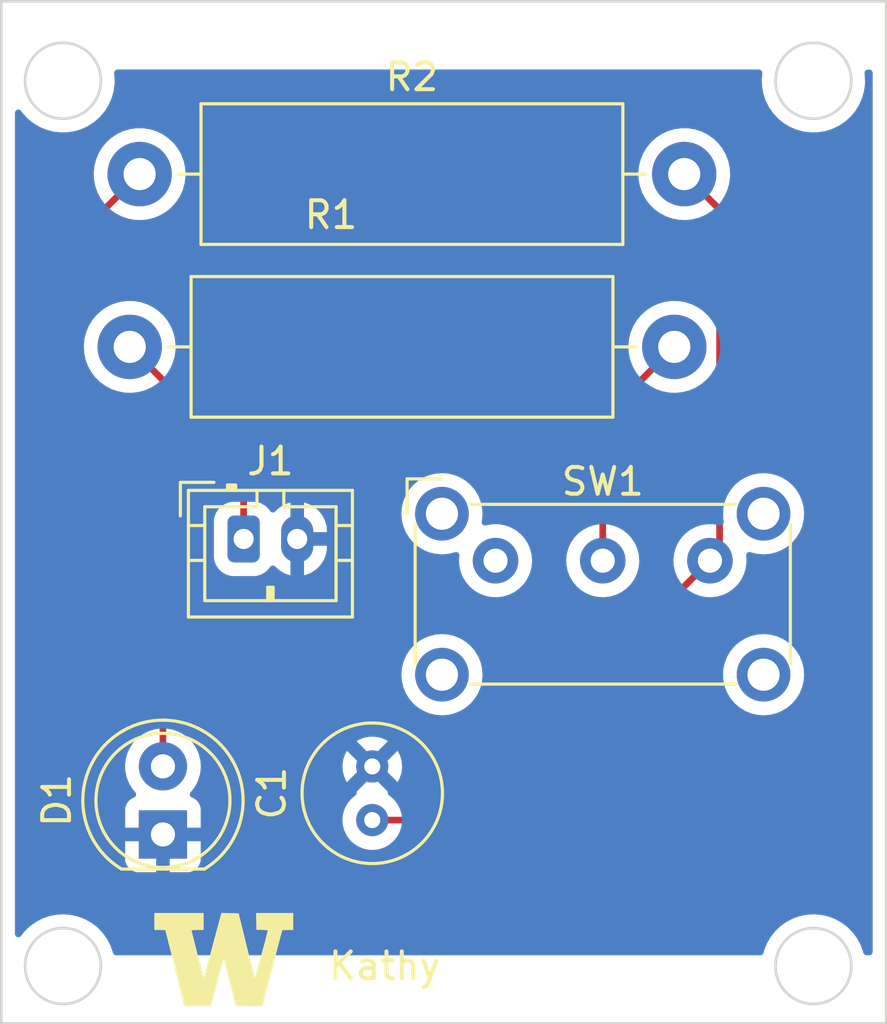
<source format=kicad_pcb>
(kicad_pcb (version 20211014) (generator pcbnew)
  (layers (0 "F.Cu" signal) (31 "B.Cu" signal) (34 "B.Paste" user) (35 "F.Paste" user) (36 "B.SilkS" user "B.Silkscreen") (37 "F.SilkS" user "F.Silkscreen") (38 "B.Mask" user) (39 "F.Mask" user) (44 "Edge.Cuts" user))
  (net 0 "")
  (net 1 "Net-(C1-Pad1)")
  (net 2 "GND")
  (net 3 "Net-(D1-Pad2)")
  (net 4 "+9V")
  (net 5 "Net-(R1-Pad2)")
  (footprint "Button_Switch_THT:SW_E-Switch_EG1224_SPDT_Angled" (layer "F.Cu") (at 158.14 86.89)
    (fp_text reference "SW1" (at 4 -2.95) (layer "F.SilkS"))
    (fp_text value "SW_SPDT")
    (fp_line (start 11 -1.35) (end 11 3.85) (layer "F.SilkS") (width 0.12))
    (fp_line (start -3.3 -1.75) (end -3.3 -3.05) (layer "F.SilkS") (width 0.12))
    (fp_line (start -0.95 -2.1) (end 8.95 -2.1) (layer "F.SilkS") (width 0.12))
    (fp_line (start -3.3 -3.05) (end -2 -3.05) (layer "F.SilkS") (width 0.12))
    (fp_line (start -3 3.85) (end -3 -1.35) (layer "F.SilkS") (width 0.12))
    (fp_line (start 8.95 4.6) (end -0.95 4.6) (layer "F.SilkS") (width 0.12))
    (pad "" thru_hole circle (at 10 4.25) (size 2 2) (drill 1.2) (layers *.Cu *.Mask))
    (pad "" thru_hole circle (at -2 4.25) (size 2 2) (drill 1.2) (layers *.Cu *.Mask))
    (pad "" thru_hole circle (at 10 -1.75) (size 2 2) (drill 1.2) (layers *.Cu *.Mask))
    (pad "" thru_hole circle (at -2 -1.75) (size 2 2) (drill 1.2) (layers *.Cu *.Mask))
    (pad "1" thru_hole circle (at 0 0) (size 1.7 1.7) (drill 0.9) (layers *.Cu *.Mask))
    (pad "2" thru_hole circle (at 4 0) (size 1.7 1.7) (drill 0.9) (layers *.Cu *.Mask) (net 5 "Net-(R1-Pad2)"))
    (pad "3" thru_hole circle (at 8 0) (size 1.7 1.7) (drill 0.9) (layers *.Cu *.Mask) (net 1 "Net-(C1-Pad1)"))
  )
  (footprint "Resistor_THT:R_Axial_DIN0516_L15.5mm_D5.0mm_P20.32mm_Horizontal" (layer "F.Cu") (at 144.49 78.92)
    (fp_text reference "R1" (at 7.51 -4.92) (layer "F.SilkS"))
    (fp_text value "2.2k")
    (fp_line (start 18.03 2.62) (end 18.03 -2.62) (layer "F.SilkS") (width 0.12))
    (fp_line (start 18.88 0) (end 18.03 0) (layer "F.SilkS") (width 0.12))
    (fp_line (start 1.44 0) (end 2.29 0) (layer "F.SilkS") (width 0.12))
    (fp_line (start 2.29 2.62) (end 18.03 2.62) (layer "F.SilkS") (width 0.12))
    (fp_line (start 18.03 -2.62) (end 2.29 -2.62) (layer "F.SilkS") (width 0.12))
    (fp_line (start 2.29 -2.62) (end 2.29 2.62) (layer "F.SilkS") (width 0.12))
    (pad "1" thru_hole circle (at 0 0) (size 2.4 2.4) (drill 1.2) (layers *.Cu *.Mask) (net 4 "+9V"))
    (pad "2" thru_hole oval (at 20.32 0) (size 2.4 2.4) (drill 1.2) (layers *.Cu *.Mask) (net 5 "Net-(R1-Pad2)"))
  )
  (footprint "Connector_JST:JST_PH_B2B-PH-K_1x02_P2.00mm_Vertical" (layer "F.Cu") (at 148.74 86.08)
    (fp_text reference "J1" (at 1 -2.9) (layer "F.SilkS"))
    (fp_text value "Conn_01x02_Male")
    (fp_line (start 4.06 2.91) (end 4.06 -1.81) (layer "F.SilkS") (width 0.12))
    (fp_line (start -0.3 -1.81) (end -0.3 -2.01) (layer "F.SilkS") (width 0.12))
    (fp_line (start -0.3 -1.91) (end -0.6 -1.91) (layer "F.SilkS") (width 0.12))
    (fp_line (start 1.5 -1.2) (end 1.5 -1.81) (layer "F.SilkS") (width 0.12))
    (fp_line (start 4.06 -1.81) (end -2.06 -1.81) (layer "F.SilkS") (width 0.12))
    (fp_line (start -2.06 -1.81) (end -2.06 2.91) (layer "F.SilkS") (width 0.12))
    (fp_line (start -0.3 -2.01) (end -0.6 -2.01) (layer "F.SilkS") (width 0.12))
    (fp_line (start 3.45 -1.2) (end 1.5 -1.2) (layer "F.SilkS") (width 0.12))
    (fp_line (start 0.9 2.3) (end 0.9 1.8) (layer "F.SilkS") (width 0.12))
    (fp_line (start 0.5 -1.2) (end -1.45 -1.2) (layer "F.SilkS") (width 0.12))
    (fp_line (start 1 2.3) (end 1 1.8) (layer "F.SilkS") (width 0.12))
    (fp_line (start 3.45 2.3) (end 3.45 -1.2) (layer "F.SilkS") (width 0.12))
    (fp_line (start -2.06 2.91) (end 4.06 2.91) (layer "F.SilkS") (width 0.12))
    (fp_line (start 4.06 -0.5) (end 3.45 -0.5) (layer "F.SilkS") (width 0.12))
    (fp_line (start -1.11 -2.11) (end -2.36 -2.11) (layer "F.SilkS") (width 0.12))
    (fp_line (start 0.5 -1.81) (end 0.5 -1.2) (layer "F.SilkS") (width 0.12))
    (fp_line (start -2.06 -0.5) (end -1.45 -0.5) (layer "F.SilkS") (width 0.12))
    (fp_line (start -2.36 -2.11) (end -2.36 -0.86) (layer "F.SilkS") (width 0.12))
    (fp_line (start 4.06 0.8) (end 3.45 0.8) (layer "F.SilkS") (width 0.12))
    (fp_line (start 1.1 1.8) (end 1.1 2.3) (layer "F.SilkS") (width 0.12))
    (fp_line (start -0.6 -2.01) (end -0.6 -1.81) (layer "F.SilkS") (width 0.12))
    (fp_line (start 0.9 1.8) (end 1.1 1.8) (layer "F.SilkS") (width 0.12))
    (fp_line (start -1.45 2.3) (end 3.45 2.3) (layer "F.SilkS") (width 0.12))
    (fp_line (start -2.06 0.8) (end -1.45 0.8) (layer "F.SilkS") (width 0.12))
    (fp_line (start -1.45 -1.2) (end -1.45 2.3) (layer "F.SilkS") (width 0.12))
    (pad "1" thru_hole roundrect (at 0 0) (size 1.2 1.75) (drill 0.75) (layers *.Cu *.Mask) (roundrect_rratio 0.2083333333) (net 4 "+9V"))
    (pad "2" thru_hole oval (at 2 0) (size 1.2 1.75) (drill 0.75) (layers *.Cu *.Mask) (net 2 "GND"))
  )
  (footprint "LED_THT:LED_D5.0mm" (layer "F.Cu") (at 145.73 97.095 90)
    (fp_text reference "D1" (at 1.27 -3.96 90) (layer "F.SilkS"))
    (fp_text value "LED")
    (fp_line (start -1.29 -1.545) (end -1.29 1.545) (layer "F.SilkS") (width 0.12))
    (fp_arc (start 4.26 -0.000462) (mid 2.072002 2.880433) (end -1.29 1.54483) (layer "F.SilkS") (width 0.12))
    (fp_arc (start -1.29 -1.54483) (mid 2.072002 -2.880433) (end 4.26 0.000462) (layer "F.SilkS") (width 0.12))
    (fp_circle (center 1.27 0) (end 3.77 0) (layer "F.SilkS") (width 0.12) (fill none))
    (pad "1" thru_hole rect (at 0 0 90) (size 1.8 1.8) (drill 0.9) (layers *.Cu *.Mask) (net 2 "GND"))
    (pad "2" thru_hole circle (at 2.54 0 90) (size 1.8 1.8) (drill 0.9) (layers *.Cu *.Mask) (net 3 "Net-(D1-Pad2)"))
  )
  (footprint "Capacitor_THT:C_Radial_D5.0mm_H5.0mm_P2.00mm" (layer "F.Cu") (at 153.54 96.56 90)
    (fp_text reference "C1" (at 1 -3.75 90) (layer "F.SilkS"))
    (fp_text value "4.7u")
    (fp_circle (center 1 0) (end 3.62 0) (layer "F.SilkS") (width 0.12) (fill none))
    (pad "1" thru_hole circle (at 0 0 90) (size 1.2 1.2) (drill 0.6) (layers *.Cu *.Mask) (net 1 "Net-(C1-Pad1)"))
    (pad "2" thru_hole circle (at 2 0 90) (size 1.2 1.2) (drill 0.6) (layers *.Cu *.Mask) (net 2 "GND"))
  )
  (footprint "Resistor_THT:R_Axial_DIN0516_L15.5mm_D5.0mm_P20.32mm_Horizontal" (layer "F.Cu") (at 144.86 72.48)
    (fp_text reference "R2" (at 10.16 -3.62) (layer "F.SilkS"))
    (fp_text value "20k")
    (fp_line (start 18.03 -2.62) (end 2.29 -2.62) (layer "F.SilkS") (width 0.12))
    (fp_line (start 18.03 2.62) (end 18.03 -2.62) (layer "F.SilkS") (width 0.12))
    (fp_line (start 18.88 0) (end 18.03 0) (layer "F.SilkS") (width 0.12))
    (fp_line (start 1.44 0) (end 2.29 0) (layer "F.SilkS") (width 0.12))
    (fp_line (start 2.29 -2.62) (end 2.29 2.62) (layer "F.SilkS") (width 0.12))
    (fp_line (start 2.29 2.62) (end 18.03 2.62) (layer "F.SilkS") (width 0.12))
    (pad "1" thru_hole circle (at 0 0) (size 2.4 2.4) (drill 1.2) (layers *.Cu *.Mask) (net 3 "Net-(D1-Pad2)"))
    (pad "2" thru_hole oval (at 20.32 0) (size 2.4 2.4) (drill 1.2) (layers *.Cu *.Mask) (net 1 "Net-(C1-Pad1)"))
  )
  (footprint "uw_logo:uw_logo_kicad_finished" (layer "F.Cu") (at 148 102)
    (fp_text reference "G***" hide)
    (fp_text value "LOGO" hide)
    (fp_poly (pts (xy 0.233761 -1.973267) (xy 0.556351 -1.966965) (xy 0.852348 -0.767526) (xy 0.908241 -0.54195) (xy 0.961144 -0.330202) (xy 1.010025 -0.136297) (xy 1.053851 0.035752) (xy 1.091589 0.181932) (xy 1.122207 0.29823) (xy 1.144671 0.380631) (xy 1.157949 0.425122) (xy 1.160992 0.431982) (xy 1.168847 0.41096) (xy 1.186805 0.351654) (xy 1.213323 0.259743) (xy 1.246859 0.140906) (xy 1.285869 0.000822) (xy 1.32881 -0.154831) (xy 1.37414 -0.320373) (xy 1.420314 -0.490126) (xy 1.46579 -0.658412) (xy 1.509026 -0.819551) (xy 1.548477 -0.967864) (xy 1.5826 -1.097673) (xy 1.609854 -1.203299) (xy 1.628693 -1.279064) (xy 1.637577 -1.319288) (xy 1.638065 -1.323721) (xy 1.61662 -1.331426) (xy 1.559762 -1.338683) (xy 1.47755 -1.34441) (xy 1.426903 -1.346461) (xy 1.216562 -1.352999) (xy 1.210236 -1.665667) (xy 1.203909 -1.978334) (xy 2.592301 -1.978334) (xy 2.592301 -1.341629) (xy 2.388079 -1.341629) (xy 2.291207 -1.34117) (xy 2.230389 -1.338006) (xy 2.1962 -1.329451) (xy 2.179214 -1.312824) (xy 2.170006 -1.28544) (xy 2.16843 -1.279095) (xy 2.159998 -1.246393) (xy 2.141016 -1.173703) (xy 2.112531 -1.065013) (xy 2.075591 -0.92431) (xy 2.031244 -0.755581) (xy 1.980539 -0.562813) (xy 1.924523 -0.349995) (xy 1.864244 -0.121112) (xy 1.800751 0.119846) (xy 1.796378 0.136437) (xy 1.439751 1.489436) (xy 0.941366 1.495542) (xy 0.442981 1.501647) (xy 0.240494 0.68829) (xy 0.193476 0.499653) (xy 0.149126 0.322149) (xy 0.108832 0.161301) (xy 0.073981 0.022632) (xy 0.045961 -0.088337) (xy 0.026161 -0.166083) (xy 0.016085 -0.204655) (xy 0.009598 -0.222311) (xy 0.001887 -0.22732) (xy -0.008224 -0.216015) (xy -0.021916 -0.184729) (xy -0.040364 -0.129794) (xy -0.064748 -0.047545) (xy -0.096245 0.065686) (xy -0.136033 0.213566) (xy -0.18529 0.399761) (xy -0.217679 0.523008) (xy -0.26707 0.710957) (xy -0.313746 0.888083) (xy -0.35623 1.048814) (xy -0.393044 1.187582) (xy -0.422711 1.298814) (xy -0.443752 1.376942) (xy -0.454438 1.415533) (xy -0.479355 1.500806) (xy -1.472387 1.500806) (xy -1.806007 0.164862) (xy -1.866291 -0.076459) (xy -1.923814 -0.306565) (xy -1.97754 -0.521329) (xy -2.026436 -0.716627) (xy -2.069468 -0.888331) (xy -2.105603 -1.032317) (xy -2.133805 -1.144459) (xy -2.153041 -1.22063) (xy -2.162184 -1.256356) (xy -2.184743 -1.341629) (xy -2.592301 -1.341629) (xy -2.592301 -1.978334) (xy -0.750403 -1.978334) (xy -0.750403 -1.341629) (xy -0.98023 -1.341629) (xy -1.089129 -1.340217) (xy -1.158259 -1.335494) (xy -1.193257 -1.32673) (xy -1.199764 -1.313205) (xy -1.192147 -1.285462) (xy -1.174836 -1.218526) (xy -1.149079 -1.117347) (xy -1.116127 -0.986874) (xy -1.077227 -0.832057) (xy -1.03363 -0.657845) (xy -0.986585 -0.469189) (xy -0.975928 -0.426365) (xy -0.928418 -0.23655) (xy -0.883994 -0.061297) (xy -0.843898 0.094652) (xy -0.809375 0.226558) (xy -0.781668 0.329679) (xy -0.762022 0.399275) (xy -0.751681 0.430604) (xy -0.75071 0.431903) (xy -0.742724 0.410589) (xy -0.724235 0.349482) (xy -0.696401 0.252749) (xy -0.660382 0.124556) (xy -0.617337 -0.030933) (xy -0.568425 -0.20955) (xy -0.514805 -0.407131) (xy -0.457638 -0.619508) (xy -0.445377 -0.665277) (xy -0.386608 -0.884648) (xy -0.330499 -1.093754) (xy -0.278326 -1.287866) (xy -0.231363 -1.462255) (xy -0.190886 -1.612191) (xy -0.15817 -1.732943) (xy -0.134491 -1.819784) (xy -0.121124 -1.867983) (xy -0.120275 -1.87094) (xy -0.088829 -1.97957)) (layer "F.SilkS") (width 0) (fill solid))
  )
  (gr_circle (center 170 69) (end 169 68) (layer "Edge.Cuts") (width 0.1) (fill none))
  (gr_circle (center 142 69) (end 141 68) (layer "Edge.Cuts") (width 0.1) (fill none))
  (gr_circle (center 142 102) (end 141 103) (layer "Edge.Cuts") (width 0.1) (fill none))
  (gr_line (start 172.72 104.14) (end 172.72 66.04) (layer "Edge.Cuts") (width 0.1))
  (gr_line (start 139.7 66.04) (end 139.7 104.14) (layer "Edge.Cuts") (width 0.1))
  (gr_circle (center 170 102) (end 171 103) (layer "Edge.Cuts") (width 0.1) (fill none))
  (gr_line (start 139.7 104.14) (end 172.72 104.14) (layer "Edge.Cuts") (width 0.1))
  (gr_line (start 172.72 66.04) (end 139.7 66.04) (layer "Edge.Cuts") (width 0.1))
  (gr_text "Kathy\n" (at 154 102) (layer "F.SilkS") (effects (font (size 1 1))))
  (segment (start 166.5 86.53) (end 166.14 86.89) (width 0.25) (layer "F.Cu") (net 1))
  (segment (start 153.54 96.56) (end 156.47 96.56) (width 0.25) (layer "F.Cu") (net 1))
  (segment (start 156.47 96.56) (end 166.14 86.89) (width 0.25) (layer "F.Cu") (net 1))
  (segment (start 166.5 73.8) (end 166.5 86.53) (width 0.25) (layer "F.Cu") (net 1))
  (segment (start 165.18 72.48) (end 166.5 73.8) (width 0.25) (layer "F.Cu") (net 1))
  (segment (start 141.24 78.81) (end 141.24 76.1) (width 0.25) (layer "F.Cu") (net 3))
  (segment (start 141.24 76.1) (end 144.86 72.48) (width 0.25) (layer "F.Cu") (net 3))
  (segment (start 145.73 94.555) (end 145.73 83.3) (width 0.25) (layer "F.Cu") (net 3))
  (segment (start 145.73 83.3) (end 141.24 78.81) (width 0.25) (layer "F.Cu") (net 3))
  (segment (start 148.74 83.17) (end 144.49 78.92) (width 0.25) (layer "F.Cu") (net 4))
  (segment (start 148.74 86.08) (end 148.74 83.17) (width 0.25) (layer "F.Cu") (net 4))
  (segment (start 162.14 81.59) (end 162.14 86.89) (width 0.25) (layer "F.Cu") (net 5))
  (segment (start 164.81 78.92) (end 162.14 81.59) (width 0.25) (layer "F.Cu") (net 5))
  (zone (net 2) (net_name "GND") (layer "B.Cu") (connect_pads (clearance 0.508)) (min_thickness 0.254) (fill yes (thermal_gap 0.508) (thermal_bridge_width 0.508))
    (polygon (pts (xy 172.72 101.6) (xy 139.7 101.6) (xy 139.7 68.58) (xy 172.72 68.58)))
  )
)
</source>
